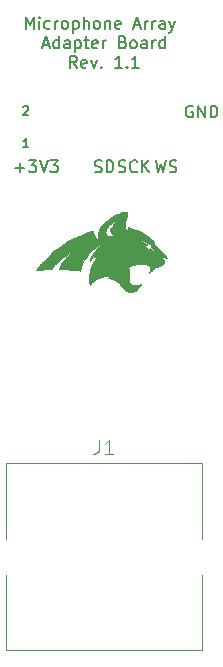
<source format=gto>
G04 #@! TF.GenerationSoftware,KiCad,Pcbnew,5.1.2*
G04 #@! TF.CreationDate,2019-05-01T14:56:28-06:00*
G04 #@! TF.ProjectId,microphone_array_adapter_board,6d696372-6f70-4686-9f6e-655f61727261,1*
G04 #@! TF.SameCoordinates,PX826a3b0PY7270e00*
G04 #@! TF.FileFunction,Legend,Top*
G04 #@! TF.FilePolarity,Positive*
%FSLAX46Y46*%
G04 Gerber Fmt 4.6, Leading zero omitted, Abs format (unit mm)*
G04 Created by KiCad (PCBNEW 5.1.2) date 2019-05-01 14:56:28*
%MOMM*%
%LPD*%
G04 APERTURE LIST*
%ADD10C,0.150000*%
%ADD11C,0.120000*%
%ADD12C,0.010000*%
G04 APERTURE END LIST*
D10*
X4738095Y41178572D02*
X5500000Y41178572D01*
X5119047Y40797620D02*
X5119047Y41559524D01*
X5880952Y41797620D02*
X6500000Y41797620D01*
X6166666Y41416667D01*
X6309523Y41416667D01*
X6404761Y41369048D01*
X6452380Y41321429D01*
X6500000Y41226191D01*
X6500000Y40988096D01*
X6452380Y40892858D01*
X6404761Y40845239D01*
X6309523Y40797620D01*
X6023809Y40797620D01*
X5928571Y40845239D01*
X5880952Y40892858D01*
X6785714Y41797620D02*
X7119047Y40797620D01*
X7452380Y41797620D01*
X7690476Y41797620D02*
X8309523Y41797620D01*
X7976190Y41416667D01*
X8119047Y41416667D01*
X8214285Y41369048D01*
X8261904Y41321429D01*
X8309523Y41226191D01*
X8309523Y40988096D01*
X8261904Y40892858D01*
X8214285Y40845239D01*
X8119047Y40797620D01*
X7833333Y40797620D01*
X7738095Y40845239D01*
X7690476Y40892858D01*
X5814285Y42910715D02*
X5385714Y42910715D01*
X5600000Y42910715D02*
X5600000Y43660715D01*
X5528571Y43553572D01*
X5457142Y43482143D01*
X5385714Y43446429D01*
X5385714Y46339286D02*
X5421428Y46375000D01*
X5492857Y46410715D01*
X5671428Y46410715D01*
X5742857Y46375000D01*
X5778571Y46339286D01*
X5814285Y46267858D01*
X5814285Y46196429D01*
X5778571Y46089286D01*
X5350000Y45660715D01*
X5814285Y45660715D01*
X5607142Y52947620D02*
X5607142Y53947620D01*
X5940476Y53233334D01*
X6273809Y53947620D01*
X6273809Y52947620D01*
X6750000Y52947620D02*
X6750000Y53614286D01*
X6750000Y53947620D02*
X6702380Y53900000D01*
X6750000Y53852381D01*
X6797619Y53900000D01*
X6750000Y53947620D01*
X6750000Y53852381D01*
X7654761Y52995239D02*
X7559523Y52947620D01*
X7369047Y52947620D01*
X7273809Y52995239D01*
X7226190Y53042858D01*
X7178571Y53138096D01*
X7178571Y53423810D01*
X7226190Y53519048D01*
X7273809Y53566667D01*
X7369047Y53614286D01*
X7559523Y53614286D01*
X7654761Y53566667D01*
X8083333Y52947620D02*
X8083333Y53614286D01*
X8083333Y53423810D02*
X8130952Y53519048D01*
X8178571Y53566667D01*
X8273809Y53614286D01*
X8369047Y53614286D01*
X8845238Y52947620D02*
X8750000Y52995239D01*
X8702380Y53042858D01*
X8654761Y53138096D01*
X8654761Y53423810D01*
X8702380Y53519048D01*
X8750000Y53566667D01*
X8845238Y53614286D01*
X8988095Y53614286D01*
X9083333Y53566667D01*
X9130952Y53519048D01*
X9178571Y53423810D01*
X9178571Y53138096D01*
X9130952Y53042858D01*
X9083333Y52995239D01*
X8988095Y52947620D01*
X8845238Y52947620D01*
X9607142Y53614286D02*
X9607142Y52614286D01*
X9607142Y53566667D02*
X9702380Y53614286D01*
X9892857Y53614286D01*
X9988095Y53566667D01*
X10035714Y53519048D01*
X10083333Y53423810D01*
X10083333Y53138096D01*
X10035714Y53042858D01*
X9988095Y52995239D01*
X9892857Y52947620D01*
X9702380Y52947620D01*
X9607142Y52995239D01*
X10511904Y52947620D02*
X10511904Y53947620D01*
X10940476Y52947620D02*
X10940476Y53471429D01*
X10892857Y53566667D01*
X10797619Y53614286D01*
X10654761Y53614286D01*
X10559523Y53566667D01*
X10511904Y53519048D01*
X11559523Y52947620D02*
X11464285Y52995239D01*
X11416666Y53042858D01*
X11369047Y53138096D01*
X11369047Y53423810D01*
X11416666Y53519048D01*
X11464285Y53566667D01*
X11559523Y53614286D01*
X11702380Y53614286D01*
X11797619Y53566667D01*
X11845238Y53519048D01*
X11892857Y53423810D01*
X11892857Y53138096D01*
X11845238Y53042858D01*
X11797619Y52995239D01*
X11702380Y52947620D01*
X11559523Y52947620D01*
X12321428Y53614286D02*
X12321428Y52947620D01*
X12321428Y53519048D02*
X12369047Y53566667D01*
X12464285Y53614286D01*
X12607142Y53614286D01*
X12702380Y53566667D01*
X12750000Y53471429D01*
X12750000Y52947620D01*
X13607142Y52995239D02*
X13511904Y52947620D01*
X13321428Y52947620D01*
X13226190Y52995239D01*
X13178571Y53090477D01*
X13178571Y53471429D01*
X13226190Y53566667D01*
X13321428Y53614286D01*
X13511904Y53614286D01*
X13607142Y53566667D01*
X13654761Y53471429D01*
X13654761Y53376191D01*
X13178571Y53280953D01*
X14797619Y53233334D02*
X15273809Y53233334D01*
X14702380Y52947620D02*
X15035714Y53947620D01*
X15369047Y52947620D01*
X15702380Y52947620D02*
X15702380Y53614286D01*
X15702380Y53423810D02*
X15750000Y53519048D01*
X15797619Y53566667D01*
X15892857Y53614286D01*
X15988095Y53614286D01*
X16321428Y52947620D02*
X16321428Y53614286D01*
X16321428Y53423810D02*
X16369047Y53519048D01*
X16416666Y53566667D01*
X16511904Y53614286D01*
X16607142Y53614286D01*
X17369047Y52947620D02*
X17369047Y53471429D01*
X17321428Y53566667D01*
X17226190Y53614286D01*
X17035714Y53614286D01*
X16940476Y53566667D01*
X17369047Y52995239D02*
X17273809Y52947620D01*
X17035714Y52947620D01*
X16940476Y52995239D01*
X16892857Y53090477D01*
X16892857Y53185715D01*
X16940476Y53280953D01*
X17035714Y53328572D01*
X17273809Y53328572D01*
X17369047Y53376191D01*
X17750000Y53614286D02*
X17988095Y52947620D01*
X18226190Y53614286D02*
X17988095Y52947620D01*
X17892857Y52709524D01*
X17845238Y52661905D01*
X17750000Y52614286D01*
X7083333Y51583334D02*
X7559523Y51583334D01*
X6988095Y51297620D02*
X7321428Y52297620D01*
X7654761Y51297620D01*
X8416666Y51297620D02*
X8416666Y52297620D01*
X8416666Y51345239D02*
X8321428Y51297620D01*
X8130952Y51297620D01*
X8035714Y51345239D01*
X7988095Y51392858D01*
X7940476Y51488096D01*
X7940476Y51773810D01*
X7988095Y51869048D01*
X8035714Y51916667D01*
X8130952Y51964286D01*
X8321428Y51964286D01*
X8416666Y51916667D01*
X9321428Y51297620D02*
X9321428Y51821429D01*
X9273809Y51916667D01*
X9178571Y51964286D01*
X8988095Y51964286D01*
X8892857Y51916667D01*
X9321428Y51345239D02*
X9226190Y51297620D01*
X8988095Y51297620D01*
X8892857Y51345239D01*
X8845238Y51440477D01*
X8845238Y51535715D01*
X8892857Y51630953D01*
X8988095Y51678572D01*
X9226190Y51678572D01*
X9321428Y51726191D01*
X9797619Y51964286D02*
X9797619Y50964286D01*
X9797619Y51916667D02*
X9892857Y51964286D01*
X10083333Y51964286D01*
X10178571Y51916667D01*
X10226190Y51869048D01*
X10273809Y51773810D01*
X10273809Y51488096D01*
X10226190Y51392858D01*
X10178571Y51345239D01*
X10083333Y51297620D01*
X9892857Y51297620D01*
X9797619Y51345239D01*
X10559523Y51964286D02*
X10940476Y51964286D01*
X10702380Y52297620D02*
X10702380Y51440477D01*
X10750000Y51345239D01*
X10845238Y51297620D01*
X10940476Y51297620D01*
X11654761Y51345239D02*
X11559523Y51297620D01*
X11369047Y51297620D01*
X11273809Y51345239D01*
X11226190Y51440477D01*
X11226190Y51821429D01*
X11273809Y51916667D01*
X11369047Y51964286D01*
X11559523Y51964286D01*
X11654761Y51916667D01*
X11702380Y51821429D01*
X11702380Y51726191D01*
X11226190Y51630953D01*
X12130952Y51297620D02*
X12130952Y51964286D01*
X12130952Y51773810D02*
X12178571Y51869048D01*
X12226190Y51916667D01*
X12321428Y51964286D01*
X12416666Y51964286D01*
X13845238Y51821429D02*
X13988095Y51773810D01*
X14035714Y51726191D01*
X14083333Y51630953D01*
X14083333Y51488096D01*
X14035714Y51392858D01*
X13988095Y51345239D01*
X13892857Y51297620D01*
X13511904Y51297620D01*
X13511904Y52297620D01*
X13845238Y52297620D01*
X13940476Y52250000D01*
X13988095Y52202381D01*
X14035714Y52107143D01*
X14035714Y52011905D01*
X13988095Y51916667D01*
X13940476Y51869048D01*
X13845238Y51821429D01*
X13511904Y51821429D01*
X14654761Y51297620D02*
X14559523Y51345239D01*
X14511904Y51392858D01*
X14464285Y51488096D01*
X14464285Y51773810D01*
X14511904Y51869048D01*
X14559523Y51916667D01*
X14654761Y51964286D01*
X14797619Y51964286D01*
X14892857Y51916667D01*
X14940476Y51869048D01*
X14988095Y51773810D01*
X14988095Y51488096D01*
X14940476Y51392858D01*
X14892857Y51345239D01*
X14797619Y51297620D01*
X14654761Y51297620D01*
X15845238Y51297620D02*
X15845238Y51821429D01*
X15797619Y51916667D01*
X15702380Y51964286D01*
X15511904Y51964286D01*
X15416666Y51916667D01*
X15845238Y51345239D02*
X15750000Y51297620D01*
X15511904Y51297620D01*
X15416666Y51345239D01*
X15369047Y51440477D01*
X15369047Y51535715D01*
X15416666Y51630953D01*
X15511904Y51678572D01*
X15750000Y51678572D01*
X15845238Y51726191D01*
X16321428Y51297620D02*
X16321428Y51964286D01*
X16321428Y51773810D02*
X16369047Y51869048D01*
X16416666Y51916667D01*
X16511904Y51964286D01*
X16607142Y51964286D01*
X17369047Y51297620D02*
X17369047Y52297620D01*
X17369047Y51345239D02*
X17273809Y51297620D01*
X17083333Y51297620D01*
X16988095Y51345239D01*
X16940476Y51392858D01*
X16892857Y51488096D01*
X16892857Y51773810D01*
X16940476Y51869048D01*
X16988095Y51916667D01*
X17083333Y51964286D01*
X17273809Y51964286D01*
X17369047Y51916667D01*
X9940476Y49647620D02*
X9607142Y50123810D01*
X9369047Y49647620D02*
X9369047Y50647620D01*
X9750000Y50647620D01*
X9845238Y50600000D01*
X9892857Y50552381D01*
X9940476Y50457143D01*
X9940476Y50314286D01*
X9892857Y50219048D01*
X9845238Y50171429D01*
X9750000Y50123810D01*
X9369047Y50123810D01*
X10750000Y49695239D02*
X10654761Y49647620D01*
X10464285Y49647620D01*
X10369047Y49695239D01*
X10321428Y49790477D01*
X10321428Y50171429D01*
X10369047Y50266667D01*
X10464285Y50314286D01*
X10654761Y50314286D01*
X10750000Y50266667D01*
X10797619Y50171429D01*
X10797619Y50076191D01*
X10321428Y49980953D01*
X11130952Y50314286D02*
X11369047Y49647620D01*
X11607142Y50314286D01*
X11988095Y49742858D02*
X12035714Y49695239D01*
X11988095Y49647620D01*
X11940476Y49695239D01*
X11988095Y49742858D01*
X11988095Y49647620D01*
X13750000Y49647620D02*
X13178571Y49647620D01*
X13464285Y49647620D02*
X13464285Y50647620D01*
X13369047Y50504762D01*
X13273809Y50409524D01*
X13178571Y50361905D01*
X14178571Y49742858D02*
X14226190Y49695239D01*
X14178571Y49647620D01*
X14130952Y49695239D01*
X14178571Y49742858D01*
X14178571Y49647620D01*
X15178571Y49647620D02*
X14607142Y49647620D01*
X14892857Y49647620D02*
X14892857Y50647620D01*
X14797619Y50504762D01*
X14702380Y50409524D01*
X14607142Y50361905D01*
X11464285Y40845239D02*
X11607142Y40797620D01*
X11845238Y40797620D01*
X11940476Y40845239D01*
X11988095Y40892858D01*
X12035714Y40988096D01*
X12035714Y41083334D01*
X11988095Y41178572D01*
X11940476Y41226191D01*
X11845238Y41273810D01*
X11654761Y41321429D01*
X11559523Y41369048D01*
X11511904Y41416667D01*
X11464285Y41511905D01*
X11464285Y41607143D01*
X11511904Y41702381D01*
X11559523Y41750000D01*
X11654761Y41797620D01*
X11892857Y41797620D01*
X12035714Y41750000D01*
X12464285Y40797620D02*
X12464285Y41797620D01*
X12702380Y41797620D01*
X12845238Y41750000D01*
X12940476Y41654762D01*
X12988095Y41559524D01*
X13035714Y41369048D01*
X13035714Y41226191D01*
X12988095Y41035715D01*
X12940476Y40940477D01*
X12845238Y40845239D01*
X12702380Y40797620D01*
X12464285Y40797620D01*
X19738095Y46400000D02*
X19642857Y46447620D01*
X19500000Y46447620D01*
X19357142Y46400000D01*
X19261904Y46304762D01*
X19214285Y46209524D01*
X19166666Y46019048D01*
X19166666Y45876191D01*
X19214285Y45685715D01*
X19261904Y45590477D01*
X19357142Y45495239D01*
X19500000Y45447620D01*
X19595238Y45447620D01*
X19738095Y45495239D01*
X19785714Y45542858D01*
X19785714Y45876191D01*
X19595238Y45876191D01*
X20214285Y45447620D02*
X20214285Y46447620D01*
X20785714Y45447620D01*
X20785714Y46447620D01*
X21261904Y45447620D02*
X21261904Y46447620D01*
X21500000Y46447620D01*
X21642857Y46400000D01*
X21738095Y46304762D01*
X21785714Y46209524D01*
X21833333Y46019048D01*
X21833333Y45876191D01*
X21785714Y45685715D01*
X21738095Y45590477D01*
X21642857Y45495239D01*
X21500000Y45447620D01*
X21261904Y45447620D01*
X16595238Y41797620D02*
X16833333Y40797620D01*
X17023809Y41511905D01*
X17214285Y40797620D01*
X17452380Y41797620D01*
X17785714Y40845239D02*
X17928571Y40797620D01*
X18166666Y40797620D01*
X18261904Y40845239D01*
X18309523Y40892858D01*
X18357142Y40988096D01*
X18357142Y41083334D01*
X18309523Y41178572D01*
X18261904Y41226191D01*
X18166666Y41273810D01*
X17976190Y41321429D01*
X17880952Y41369048D01*
X17833333Y41416667D01*
X17785714Y41511905D01*
X17785714Y41607143D01*
X17833333Y41702381D01*
X17880952Y41750000D01*
X17976190Y41797620D01*
X18214285Y41797620D01*
X18357142Y41750000D01*
X13464285Y40845239D02*
X13607142Y40797620D01*
X13845238Y40797620D01*
X13940476Y40845239D01*
X13988095Y40892858D01*
X14035714Y40988096D01*
X14035714Y41083334D01*
X13988095Y41178572D01*
X13940476Y41226191D01*
X13845238Y41273810D01*
X13654761Y41321429D01*
X13559523Y41369048D01*
X13511904Y41416667D01*
X13464285Y41511905D01*
X13464285Y41607143D01*
X13511904Y41702381D01*
X13559523Y41750000D01*
X13654761Y41797620D01*
X13892857Y41797620D01*
X14035714Y41750000D01*
X15035714Y40892858D02*
X14988095Y40845239D01*
X14845238Y40797620D01*
X14750000Y40797620D01*
X14607142Y40845239D01*
X14511904Y40940477D01*
X14464285Y41035715D01*
X14416666Y41226191D01*
X14416666Y41369048D01*
X14464285Y41559524D01*
X14511904Y41654762D01*
X14607142Y41750000D01*
X14750000Y41797620D01*
X14845238Y41797620D01*
X14988095Y41750000D01*
X15035714Y41702381D01*
X15464285Y40797620D02*
X15464285Y41797620D01*
X16035714Y40797620D02*
X15607142Y41369048D01*
X16035714Y41797620D02*
X15464285Y41226191D01*
D11*
X3940000Y16185000D02*
X20560000Y16185000D01*
X20560000Y16185000D02*
X20560000Y9785000D01*
X20560000Y6715000D02*
X20560000Y315000D01*
X20560000Y315000D02*
X3940000Y315000D01*
X3940000Y16185000D02*
X3940000Y9785000D01*
X3940000Y6715000D02*
X3940000Y315000D01*
D12*
G36*
X14116977Y37435328D02*
G01*
X14159139Y37419328D01*
X14187739Y37393240D01*
X14204585Y37356118D01*
X14210401Y37322552D01*
X14211785Y37290458D01*
X14209513Y37255081D01*
X14202985Y37213752D01*
X14191602Y37163804D01*
X14174765Y37102565D01*
X14151872Y37027369D01*
X14125873Y36946400D01*
X14090771Y36836584D01*
X14062449Y36742570D01*
X14040141Y36661297D01*
X14023079Y36589701D01*
X14010495Y36524720D01*
X14001620Y36463290D01*
X13999102Y36440640D01*
X13994192Y36314297D01*
X14006655Y36197960D01*
X14036753Y36090678D01*
X14084744Y35991504D01*
X14145404Y35906028D01*
X14170600Y35878302D01*
X14201241Y35848400D01*
X14233182Y35819903D01*
X14262281Y35796392D01*
X14284394Y35781447D01*
X14293547Y35778000D01*
X14294856Y35786684D01*
X14290273Y35809236D01*
X14282667Y35834876D01*
X14270687Y35878163D01*
X14260537Y35927980D01*
X14252531Y35980574D01*
X14246982Y36032194D01*
X14244201Y36079088D01*
X14244503Y36117504D01*
X14248199Y36143691D01*
X14255603Y36153897D01*
X14256064Y36153920D01*
X14270113Y36151541D01*
X14299942Y36145004D01*
X14341653Y36135210D01*
X14391345Y36123058D01*
X14410917Y36118159D01*
X14701096Y36034678D01*
X14983737Y35932393D01*
X15258296Y35811579D01*
X15524230Y35672512D01*
X15780994Y35515464D01*
X16028045Y35340712D01*
X16167751Y35230465D01*
X16250952Y35159172D01*
X16318770Y35093497D01*
X16373878Y35029731D01*
X16418945Y34964166D01*
X16456643Y34893095D01*
X16489644Y34812808D01*
X16508870Y34756920D01*
X16537244Y34676320D01*
X16566578Y34609915D01*
X16600055Y34553340D01*
X16640859Y34502234D01*
X16692173Y34452232D01*
X16757180Y34398972D01*
X16785997Y34377075D01*
X16890277Y34293675D01*
X17000244Y34195968D01*
X17112172Y34087656D01*
X17222335Y33972441D01*
X17327006Y33854024D01*
X17391798Y33775251D01*
X17417001Y33742234D01*
X17445483Y33702714D01*
X17475046Y33660030D01*
X17503493Y33617517D01*
X17528626Y33578512D01*
X17548249Y33546351D01*
X17560163Y33524372D01*
X17562497Y33516072D01*
X17552285Y33518043D01*
X17527830Y33526026D01*
X17493749Y33538475D01*
X17481050Y33543349D01*
X17434000Y33560538D01*
X17384487Y33576926D01*
X17342862Y33589094D01*
X17341173Y33589530D01*
X17304395Y33596931D01*
X17261910Y33602460D01*
X17219072Y33605811D01*
X17181232Y33606676D01*
X17153743Y33604748D01*
X17142736Y33600924D01*
X17145707Y33590758D01*
X17159539Y33570069D01*
X17181283Y33543238D01*
X17182443Y33541908D01*
X17242808Y33460961D01*
X17284077Y33378416D01*
X17305961Y33295283D01*
X17308172Y33212572D01*
X17295376Y33146689D01*
X17268405Y33089544D01*
X17222960Y33034071D01*
X17160874Y32981237D01*
X17083982Y32932008D01*
X16994117Y32887349D01*
X16893112Y32848226D01*
X16782801Y32815606D01*
X16665018Y32790455D01*
X16600336Y32780503D01*
X16561339Y32775126D01*
X16531313Y32770655D01*
X16514920Y32767800D01*
X16513226Y32767271D01*
X16507753Y32758588D01*
X16493753Y32736788D01*
X16473753Y32705805D01*
X16463112Y32689360D01*
X16429187Y32642931D01*
X16383344Y32588543D01*
X16329783Y32530472D01*
X16272704Y32472994D01*
X16216307Y32420385D01*
X16164792Y32376921D01*
X16134057Y32354343D01*
X16069115Y32310725D01*
X16076585Y32340023D01*
X16091852Y32404350D01*
X16102957Y32463349D01*
X16110719Y32523394D01*
X16115958Y32590854D01*
X16119493Y32672102D01*
X16119559Y32674120D01*
X16125150Y32846840D01*
X16070635Y32879448D01*
X15934594Y32949412D01*
X15786129Y33004308D01*
X15627154Y33043463D01*
X15579983Y33051679D01*
X15506238Y33059859D01*
X15418429Y33063951D01*
X15322364Y33064119D01*
X15223847Y33060528D01*
X15128686Y33053341D01*
X15042687Y33042724D01*
X15000429Y33035287D01*
X14815750Y32988172D01*
X14639352Y32922620D01*
X14470522Y32838320D01*
X14308544Y32734961D01*
X14306419Y32733446D01*
X14242480Y32687820D01*
X14275860Y32665716D01*
X14299865Y32643525D01*
X14323917Y32611554D01*
X14334640Y32592826D01*
X14345819Y32568552D01*
X14353080Y32545778D01*
X14357182Y32519240D01*
X14358887Y32483677D01*
X14358956Y32433825D01*
X14358877Y32425200D01*
X14357007Y32372088D01*
X14352665Y32306105D01*
X14346435Y32234473D01*
X14338895Y32164411D01*
X14336017Y32141303D01*
X14322738Y32018569D01*
X14315574Y31903703D01*
X14314534Y31799418D01*
X14319626Y31708432D01*
X14330858Y31633458D01*
X14334390Y31618456D01*
X14369866Y31514937D01*
X14419331Y31426045D01*
X14482286Y31352164D01*
X14558228Y31293677D01*
X14646656Y31250968D01*
X14747070Y31224419D01*
X14858967Y31214414D01*
X14862960Y31214369D01*
X14953730Y31218266D01*
X15045616Y31232178D01*
X15142502Y31257032D01*
X15248268Y31293754D01*
X15323350Y31324313D01*
X15361657Y31340438D01*
X15384658Y31348987D01*
X15395688Y31350475D01*
X15398081Y31345415D01*
X15395526Y31335434D01*
X15373089Y31287294D01*
X15335763Y31233048D01*
X15286677Y31175983D01*
X15228962Y31119386D01*
X15165746Y31066545D01*
X15100159Y31020747D01*
X15090003Y31014503D01*
X15057858Y30994650D01*
X15040320Y30981331D01*
X15034474Y30970783D01*
X15037408Y30959244D01*
X15041383Y30951702D01*
X15055175Y30909640D01*
X15050058Y30870160D01*
X15028060Y30838135D01*
X14984204Y30805676D01*
X14923231Y30773393D01*
X14848315Y30742512D01*
X14762630Y30714258D01*
X14669353Y30689856D01*
X14613099Y30677965D01*
X14514792Y30662995D01*
X14429412Y30659047D01*
X14352825Y30666108D01*
X14304160Y30677051D01*
X14246493Y30694672D01*
X14197778Y30713703D01*
X14150717Y30737571D01*
X14098012Y30769703D01*
X14075560Y30784412D01*
X13998079Y30841125D01*
X13925778Y30905805D01*
X13855047Y30982060D01*
X13782275Y31073500D01*
X13770657Y31089160D01*
X13681891Y31204304D01*
X13595782Y31303851D01*
X13508545Y31391474D01*
X13416396Y31470850D01*
X13315550Y31545651D01*
X13266360Y31578775D01*
X13141406Y31652697D01*
X13004023Y31719855D01*
X12860924Y31777423D01*
X12718819Y31822575D01*
X12643000Y31841206D01*
X12612520Y31847828D01*
X12643000Y31864224D01*
X12664487Y31874825D01*
X12699549Y31891088D01*
X12743081Y31910678D01*
X12783834Y31928598D01*
X12894188Y31976575D01*
X12844794Y31984988D01*
X12806742Y31989161D01*
X12752420Y31991987D01*
X12685829Y31993532D01*
X12610968Y31993860D01*
X12531839Y31993038D01*
X12452442Y31991131D01*
X12376777Y31988204D01*
X12308845Y31984322D01*
X12252647Y31979552D01*
X12216342Y31974716D01*
X12160045Y31964169D01*
X12102817Y31952185D01*
X12048646Y31939737D01*
X12001522Y31927796D01*
X11965433Y31917335D01*
X11944368Y31909326D01*
X11941960Y31907853D01*
X11928157Y31901170D01*
X11900313Y31890051D01*
X11863644Y31876546D01*
X11850732Y31871997D01*
X11689908Y31806088D01*
X11535489Y31723276D01*
X11390252Y31625501D01*
X11256973Y31514703D01*
X11138429Y31392821D01*
X11101512Y31348625D01*
X11074438Y31315454D01*
X11051834Y31288883D01*
X11036836Y31272538D01*
X11032844Y31269168D01*
X11027922Y31277187D01*
X11021454Y31302322D01*
X11013927Y31341471D01*
X11005829Y31391532D01*
X10997645Y31449404D01*
X10989865Y31511983D01*
X10982975Y31576169D01*
X10980519Y31602240D01*
X10973461Y31752902D01*
X10977772Y31915599D01*
X10993038Y32085813D01*
X11018845Y32259027D01*
X11054777Y32430721D01*
X11057533Y32442046D01*
X11127121Y32685217D01*
X11214320Y32919181D01*
X11319485Y33144606D01*
X11442977Y33362164D01*
X11585154Y33572526D01*
X11746373Y33776363D01*
X11808210Y33847234D01*
X11838395Y33881576D01*
X11862397Y33910019D01*
X11877640Y33929434D01*
X11881725Y33936622D01*
X11871444Y33933630D01*
X11847037Y33921335D01*
X11811431Y33901482D01*
X11767552Y33875818D01*
X11718328Y33846087D01*
X11666686Y33814037D01*
X11615552Y33781412D01*
X11567854Y33749959D01*
X11560960Y33745303D01*
X11358856Y33596735D01*
X11163667Y33429830D01*
X11114745Y33384065D01*
X11070017Y33341815D01*
X11037622Y33312895D01*
X11016978Y33298062D01*
X11007508Y33298075D01*
X11008631Y33313693D01*
X11019768Y33345673D01*
X11040338Y33394776D01*
X11064491Y33449823D01*
X11168442Y33662189D01*
X11287861Y33862936D01*
X11423854Y34053665D01*
X11577524Y34235980D01*
X11682473Y34345803D01*
X11833521Y34487942D01*
X11988533Y34615536D01*
X12151842Y34731729D01*
X12327783Y34839667D01*
X12466525Y34914974D01*
X12527874Y34946975D01*
X12571697Y34970701D01*
X12597765Y34986366D01*
X12605849Y34994188D01*
X12595722Y34994382D01*
X12567155Y34987165D01*
X12519920Y34972752D01*
X12453790Y34951360D01*
X12434720Y34945092D01*
X12272524Y34886477D01*
X12114791Y34818479D01*
X11957499Y34739092D01*
X11796625Y34646308D01*
X11655493Y34556358D01*
X11539500Y34477241D01*
X11436533Y34401669D01*
X11340965Y34325125D01*
X11247166Y34243096D01*
X11149511Y34151067D01*
X11145742Y34147403D01*
X11005394Y34004579D01*
X10881107Y33864044D01*
X10769731Y33721474D01*
X10668112Y33572548D01*
X10573098Y33412943D01*
X10481536Y33238335D01*
X10478859Y33232920D01*
X10411528Y33089996D01*
X10355513Y32955994D01*
X10308506Y32824762D01*
X10268195Y32690149D01*
X10252166Y32628978D01*
X10239085Y32577217D01*
X10227817Y32532946D01*
X10219258Y32499666D01*
X10214306Y32480876D01*
X10213468Y32478019D01*
X10203422Y32478224D01*
X10176062Y32480485D01*
X10134261Y32484517D01*
X10080890Y32490039D01*
X10018822Y32496766D01*
X9984792Y32500564D01*
X9760707Y32525086D01*
X9553183Y32546215D01*
X9358795Y32564238D01*
X9174118Y32579441D01*
X8995728Y32592110D01*
X8820200Y32602531D01*
X8685680Y32609167D01*
X8613932Y32612490D01*
X8549149Y32615652D01*
X8494011Y32618508D01*
X8451197Y32620916D01*
X8423387Y32622730D01*
X8413277Y32623790D01*
X8415773Y32633899D01*
X8426726Y32658764D01*
X8444596Y32695449D01*
X8467845Y32741018D01*
X8494935Y32792535D01*
X8524328Y32847065D01*
X8554486Y32901671D01*
X8583869Y32953417D01*
X8604051Y32987876D01*
X8714991Y33162161D01*
X8840252Y33337205D01*
X8937166Y33460580D01*
X8984519Y33516169D01*
X9043279Y33581447D01*
X9109707Y33652557D01*
X9180061Y33725642D01*
X9250602Y33796845D01*
X9317591Y33862310D01*
X9377286Y33918180D01*
X9404001Y33941984D01*
X9437351Y33971585D01*
X9463679Y33996029D01*
X9480010Y34012478D01*
X9483834Y34018033D01*
X9474243Y34014565D01*
X9450028Y34002723D01*
X9414271Y33984098D01*
X9370055Y33960283D01*
X9340534Y33944046D01*
X9066344Y33780910D01*
X8801552Y33600864D01*
X8548360Y33405543D01*
X8308970Y33196579D01*
X8224742Y33116527D01*
X8166491Y33058400D01*
X8101935Y32991494D01*
X8034727Y32919797D01*
X7968522Y32847298D01*
X7906974Y32777983D01*
X7853737Y32715840D01*
X7822080Y32677117D01*
X7807692Y32658746D01*
X7795420Y32644249D01*
X7782747Y32633038D01*
X7767152Y32624530D01*
X7746115Y32618138D01*
X7717118Y32613277D01*
X7677641Y32609360D01*
X7625164Y32605803D01*
X7557168Y32602019D01*
X7481720Y32597995D01*
X7387469Y32592222D01*
X7277958Y32584351D01*
X7158087Y32574812D01*
X7032758Y32564032D01*
X6906871Y32552443D01*
X6785329Y32540474D01*
X6673031Y32528554D01*
X6617932Y32522286D01*
X6568913Y32516788D01*
X6527807Y32512631D01*
X6498475Y32510170D01*
X6484783Y32509764D01*
X6484285Y32509928D01*
X6487844Y32520090D01*
X6502743Y32544065D01*
X6527494Y32579909D01*
X6560607Y32625674D01*
X6600594Y32679417D01*
X6645966Y32739192D01*
X6695234Y32803054D01*
X6746911Y32869057D01*
X6799506Y32935256D01*
X6851532Y32999706D01*
X6901500Y33060462D01*
X6946491Y33113904D01*
X6997176Y33171399D01*
X7060337Y33240072D01*
X7133449Y33317394D01*
X7213986Y33400837D01*
X7299423Y33487872D01*
X7387236Y33575970D01*
X7474899Y33662602D01*
X7559888Y33745239D01*
X7639676Y33821354D01*
X7711740Y33888416D01*
X7773553Y33943897D01*
X7786520Y33955154D01*
X8123030Y34232038D01*
X8469701Y34491950D01*
X8825950Y34734573D01*
X9191194Y34959592D01*
X9564852Y35166691D01*
X9946339Y35355553D01*
X10335075Y35525862D01*
X10730475Y35677302D01*
X11131958Y35809558D01*
X11289180Y35855620D01*
X11298314Y35856063D01*
X11303671Y35848405D01*
X11306225Y35828800D01*
X11306948Y35793400D01*
X11306960Y35785390D01*
X11316953Y35675076D01*
X11346490Y35564086D01*
X11394909Y35453887D01*
X11461548Y35345945D01*
X11545744Y35241725D01*
X11559309Y35227074D01*
X11587695Y35198398D01*
X11622344Y35165605D01*
X11660201Y35131316D01*
X11698210Y35098151D01*
X11733318Y35068732D01*
X11762468Y35045678D01*
X11782607Y35031610D01*
X11790476Y35028770D01*
X11788875Y35039155D01*
X11781631Y35063430D01*
X11770280Y35096476D01*
X11769498Y35098637D01*
X11747747Y35175894D01*
X14684186Y35175894D01*
X14691480Y35171561D01*
X14714848Y35163215D01*
X14750721Y35152027D01*
X14795526Y35139170D01*
X14798982Y35138217D01*
X14967007Y35088622D01*
X15133080Y35033149D01*
X15292444Y34973562D01*
X15440339Y34911627D01*
X15554226Y34858081D01*
X15598848Y34834692D01*
X15647061Y34807567D01*
X15695873Y34778616D01*
X15742296Y34749751D01*
X15783339Y34722885D01*
X15816012Y34699929D01*
X15837326Y34682795D01*
X15844290Y34673394D01*
X15843967Y34672821D01*
X15832085Y34670729D01*
X15804210Y34669425D01*
X15764658Y34669026D01*
X15723297Y34669525D01*
X15659078Y34669873D01*
X15600436Y34668254D01*
X15550448Y34664935D01*
X15512192Y34660177D01*
X15488746Y34654245D01*
X15482720Y34648928D01*
X15491124Y34641373D01*
X15500500Y34639981D01*
X15536242Y34632779D01*
X15579798Y34611114D01*
X15632067Y34574363D01*
X15693950Y34521902D01*
X15757237Y34462086D01*
X15818612Y34403614D01*
X15870169Y34358930D01*
X15914917Y34326064D01*
X15955867Y34303045D01*
X15996030Y34287905D01*
X16037234Y34278858D01*
X16075605Y34278983D01*
X16100482Y34292645D01*
X16110265Y34318541D01*
X16108751Y34336944D01*
X16107282Y34357366D01*
X16111819Y34365760D01*
X16127013Y34357811D01*
X16151286Y34335647D01*
X16182201Y34301796D01*
X16217321Y34258785D01*
X16226656Y34246657D01*
X16267728Y34199756D01*
X16311392Y34166431D01*
X16363391Y34143331D01*
X16429463Y34127106D01*
X16432371Y34126573D01*
X16477207Y34118610D01*
X16505700Y34114213D01*
X16521452Y34113068D01*
X16528066Y34114862D01*
X16529200Y34118145D01*
X16522668Y34127840D01*
X16505135Y34148589D01*
X16479696Y34176812D01*
X16463672Y34193993D01*
X16371676Y34303060D01*
X16292442Y34420690D01*
X16228792Y34542387D01*
X16199593Y34614554D01*
X16188547Y34643057D01*
X16176855Y34664404D01*
X16160544Y34682989D01*
X16135646Y34703204D01*
X16098188Y34729443D01*
X16091854Y34733753D01*
X15936785Y34828631D01*
X15765462Y34914048D01*
X15579962Y34989304D01*
X15382364Y35053700D01*
X15174748Y35106539D01*
X14959191Y35147120D01*
X14798821Y35168514D01*
X14753862Y35173030D01*
X14716877Y35175881D01*
X14692196Y35176788D01*
X14684186Y35175894D01*
X11747747Y35175894D01*
X11732813Y35228937D01*
X11715877Y35362615D01*
X11718482Y35499204D01*
X11740424Y35638238D01*
X11766459Y35727624D01*
X12355394Y35727624D01*
X12364930Y35658934D01*
X12384074Y35601462D01*
X12429971Y35527868D01*
X12490719Y35465648D01*
X12562970Y35417453D01*
X12643380Y35385933D01*
X12661733Y35381521D01*
X12696834Y35377284D01*
X12746501Y35375535D01*
X12805155Y35376088D01*
X12867217Y35378758D01*
X12927110Y35383363D01*
X12979254Y35389715D01*
X12996060Y35392584D01*
X13030199Y35399879D01*
X13054762Y35406689D01*
X13064623Y35411584D01*
X13064640Y35411721D01*
X13057069Y35420205D01*
X13036913Y35437439D01*
X13008008Y35460201D01*
X12997191Y35468385D01*
X12910788Y35544137D01*
X12841313Y35628540D01*
X12789403Y35720074D01*
X12755692Y35817222D01*
X12740818Y35918465D01*
X12745415Y36022285D01*
X12751152Y36056054D01*
X12762784Y36113976D01*
X12780174Y36075135D01*
X12798087Y36046474D01*
X12825743Y36014203D01*
X12857773Y35983497D01*
X12888808Y35959529D01*
X12912359Y35947745D01*
X12922047Y35946535D01*
X12928016Y35951559D01*
X12931161Y35966506D01*
X12932376Y35995065D01*
X12932560Y36031099D01*
X12942076Y36137500D01*
X12970300Y36249459D01*
X13016742Y36365869D01*
X13080913Y36485626D01*
X13162323Y36607623D01*
X13221954Y36684780D01*
X13243778Y36712686D01*
X13258250Y36733338D01*
X13262749Y36742939D01*
X13262279Y36743200D01*
X13247137Y36737696D01*
X13217950Y36722256D01*
X13177395Y36698490D01*
X13128151Y36668009D01*
X13072893Y36632422D01*
X13024000Y36599903D01*
X12893885Y36506375D01*
X12774580Y36409074D01*
X12667399Y36309470D01*
X12573653Y36209033D01*
X12494655Y36109234D01*
X12431718Y36011544D01*
X12386154Y35917434D01*
X12368249Y35865224D01*
X12356346Y35798957D01*
X12355394Y35727624D01*
X11766459Y35727624D01*
X11781497Y35779249D01*
X11841496Y35921770D01*
X11920216Y36065333D01*
X12017452Y36209471D01*
X12132997Y36353717D01*
X12266647Y36497604D01*
X12418197Y36640664D01*
X12465094Y36681612D01*
X12596278Y36788558D01*
X12734906Y36891036D01*
X12878890Y36988001D01*
X13026140Y37078411D01*
X13174567Y37161221D01*
X13322083Y37235387D01*
X13466599Y37299867D01*
X13606026Y37353616D01*
X13738274Y37395591D01*
X13861256Y37424748D01*
X13972881Y37440043D01*
X13984738Y37440857D01*
X14059446Y37442188D01*
X14116977Y37435328D01*
X14116977Y37435328D01*
G37*
X14116977Y37435328D02*
X14159139Y37419328D01*
X14187739Y37393240D01*
X14204585Y37356118D01*
X14210401Y37322552D01*
X14211785Y37290458D01*
X14209513Y37255081D01*
X14202985Y37213752D01*
X14191602Y37163804D01*
X14174765Y37102565D01*
X14151872Y37027369D01*
X14125873Y36946400D01*
X14090771Y36836584D01*
X14062449Y36742570D01*
X14040141Y36661297D01*
X14023079Y36589701D01*
X14010495Y36524720D01*
X14001620Y36463290D01*
X13999102Y36440640D01*
X13994192Y36314297D01*
X14006655Y36197960D01*
X14036753Y36090678D01*
X14084744Y35991504D01*
X14145404Y35906028D01*
X14170600Y35878302D01*
X14201241Y35848400D01*
X14233182Y35819903D01*
X14262281Y35796392D01*
X14284394Y35781447D01*
X14293547Y35778000D01*
X14294856Y35786684D01*
X14290273Y35809236D01*
X14282667Y35834876D01*
X14270687Y35878163D01*
X14260537Y35927980D01*
X14252531Y35980574D01*
X14246982Y36032194D01*
X14244201Y36079088D01*
X14244503Y36117504D01*
X14248199Y36143691D01*
X14255603Y36153897D01*
X14256064Y36153920D01*
X14270113Y36151541D01*
X14299942Y36145004D01*
X14341653Y36135210D01*
X14391345Y36123058D01*
X14410917Y36118159D01*
X14701096Y36034678D01*
X14983737Y35932393D01*
X15258296Y35811579D01*
X15524230Y35672512D01*
X15780994Y35515464D01*
X16028045Y35340712D01*
X16167751Y35230465D01*
X16250952Y35159172D01*
X16318770Y35093497D01*
X16373878Y35029731D01*
X16418945Y34964166D01*
X16456643Y34893095D01*
X16489644Y34812808D01*
X16508870Y34756920D01*
X16537244Y34676320D01*
X16566578Y34609915D01*
X16600055Y34553340D01*
X16640859Y34502234D01*
X16692173Y34452232D01*
X16757180Y34398972D01*
X16785997Y34377075D01*
X16890277Y34293675D01*
X17000244Y34195968D01*
X17112172Y34087656D01*
X17222335Y33972441D01*
X17327006Y33854024D01*
X17391798Y33775251D01*
X17417001Y33742234D01*
X17445483Y33702714D01*
X17475046Y33660030D01*
X17503493Y33617517D01*
X17528626Y33578512D01*
X17548249Y33546351D01*
X17560163Y33524372D01*
X17562497Y33516072D01*
X17552285Y33518043D01*
X17527830Y33526026D01*
X17493749Y33538475D01*
X17481050Y33543349D01*
X17434000Y33560538D01*
X17384487Y33576926D01*
X17342862Y33589094D01*
X17341173Y33589530D01*
X17304395Y33596931D01*
X17261910Y33602460D01*
X17219072Y33605811D01*
X17181232Y33606676D01*
X17153743Y33604748D01*
X17142736Y33600924D01*
X17145707Y33590758D01*
X17159539Y33570069D01*
X17181283Y33543238D01*
X17182443Y33541908D01*
X17242808Y33460961D01*
X17284077Y33378416D01*
X17305961Y33295283D01*
X17308172Y33212572D01*
X17295376Y33146689D01*
X17268405Y33089544D01*
X17222960Y33034071D01*
X17160874Y32981237D01*
X17083982Y32932008D01*
X16994117Y32887349D01*
X16893112Y32848226D01*
X16782801Y32815606D01*
X16665018Y32790455D01*
X16600336Y32780503D01*
X16561339Y32775126D01*
X16531313Y32770655D01*
X16514920Y32767800D01*
X16513226Y32767271D01*
X16507753Y32758588D01*
X16493753Y32736788D01*
X16473753Y32705805D01*
X16463112Y32689360D01*
X16429187Y32642931D01*
X16383344Y32588543D01*
X16329783Y32530472D01*
X16272704Y32472994D01*
X16216307Y32420385D01*
X16164792Y32376921D01*
X16134057Y32354343D01*
X16069115Y32310725D01*
X16076585Y32340023D01*
X16091852Y32404350D01*
X16102957Y32463349D01*
X16110719Y32523394D01*
X16115958Y32590854D01*
X16119493Y32672102D01*
X16119559Y32674120D01*
X16125150Y32846840D01*
X16070635Y32879448D01*
X15934594Y32949412D01*
X15786129Y33004308D01*
X15627154Y33043463D01*
X15579983Y33051679D01*
X15506238Y33059859D01*
X15418429Y33063951D01*
X15322364Y33064119D01*
X15223847Y33060528D01*
X15128686Y33053341D01*
X15042687Y33042724D01*
X15000429Y33035287D01*
X14815750Y32988172D01*
X14639352Y32922620D01*
X14470522Y32838320D01*
X14308544Y32734961D01*
X14306419Y32733446D01*
X14242480Y32687820D01*
X14275860Y32665716D01*
X14299865Y32643525D01*
X14323917Y32611554D01*
X14334640Y32592826D01*
X14345819Y32568552D01*
X14353080Y32545778D01*
X14357182Y32519240D01*
X14358887Y32483677D01*
X14358956Y32433825D01*
X14358877Y32425200D01*
X14357007Y32372088D01*
X14352665Y32306105D01*
X14346435Y32234473D01*
X14338895Y32164411D01*
X14336017Y32141303D01*
X14322738Y32018569D01*
X14315574Y31903703D01*
X14314534Y31799418D01*
X14319626Y31708432D01*
X14330858Y31633458D01*
X14334390Y31618456D01*
X14369866Y31514937D01*
X14419331Y31426045D01*
X14482286Y31352164D01*
X14558228Y31293677D01*
X14646656Y31250968D01*
X14747070Y31224419D01*
X14858967Y31214414D01*
X14862960Y31214369D01*
X14953730Y31218266D01*
X15045616Y31232178D01*
X15142502Y31257032D01*
X15248268Y31293754D01*
X15323350Y31324313D01*
X15361657Y31340438D01*
X15384658Y31348987D01*
X15395688Y31350475D01*
X15398081Y31345415D01*
X15395526Y31335434D01*
X15373089Y31287294D01*
X15335763Y31233048D01*
X15286677Y31175983D01*
X15228962Y31119386D01*
X15165746Y31066545D01*
X15100159Y31020747D01*
X15090003Y31014503D01*
X15057858Y30994650D01*
X15040320Y30981331D01*
X15034474Y30970783D01*
X15037408Y30959244D01*
X15041383Y30951702D01*
X15055175Y30909640D01*
X15050058Y30870160D01*
X15028060Y30838135D01*
X14984204Y30805676D01*
X14923231Y30773393D01*
X14848315Y30742512D01*
X14762630Y30714258D01*
X14669353Y30689856D01*
X14613099Y30677965D01*
X14514792Y30662995D01*
X14429412Y30659047D01*
X14352825Y30666108D01*
X14304160Y30677051D01*
X14246493Y30694672D01*
X14197778Y30713703D01*
X14150717Y30737571D01*
X14098012Y30769703D01*
X14075560Y30784412D01*
X13998079Y30841125D01*
X13925778Y30905805D01*
X13855047Y30982060D01*
X13782275Y31073500D01*
X13770657Y31089160D01*
X13681891Y31204304D01*
X13595782Y31303851D01*
X13508545Y31391474D01*
X13416396Y31470850D01*
X13315550Y31545651D01*
X13266360Y31578775D01*
X13141406Y31652697D01*
X13004023Y31719855D01*
X12860924Y31777423D01*
X12718819Y31822575D01*
X12643000Y31841206D01*
X12612520Y31847828D01*
X12643000Y31864224D01*
X12664487Y31874825D01*
X12699549Y31891088D01*
X12743081Y31910678D01*
X12783834Y31928598D01*
X12894188Y31976575D01*
X12844794Y31984988D01*
X12806742Y31989161D01*
X12752420Y31991987D01*
X12685829Y31993532D01*
X12610968Y31993860D01*
X12531839Y31993038D01*
X12452442Y31991131D01*
X12376777Y31988204D01*
X12308845Y31984322D01*
X12252647Y31979552D01*
X12216342Y31974716D01*
X12160045Y31964169D01*
X12102817Y31952185D01*
X12048646Y31939737D01*
X12001522Y31927796D01*
X11965433Y31917335D01*
X11944368Y31909326D01*
X11941960Y31907853D01*
X11928157Y31901170D01*
X11900313Y31890051D01*
X11863644Y31876546D01*
X11850732Y31871997D01*
X11689908Y31806088D01*
X11535489Y31723276D01*
X11390252Y31625501D01*
X11256973Y31514703D01*
X11138429Y31392821D01*
X11101512Y31348625D01*
X11074438Y31315454D01*
X11051834Y31288883D01*
X11036836Y31272538D01*
X11032844Y31269168D01*
X11027922Y31277187D01*
X11021454Y31302322D01*
X11013927Y31341471D01*
X11005829Y31391532D01*
X10997645Y31449404D01*
X10989865Y31511983D01*
X10982975Y31576169D01*
X10980519Y31602240D01*
X10973461Y31752902D01*
X10977772Y31915599D01*
X10993038Y32085813D01*
X11018845Y32259027D01*
X11054777Y32430721D01*
X11057533Y32442046D01*
X11127121Y32685217D01*
X11214320Y32919181D01*
X11319485Y33144606D01*
X11442977Y33362164D01*
X11585154Y33572526D01*
X11746373Y33776363D01*
X11808210Y33847234D01*
X11838395Y33881576D01*
X11862397Y33910019D01*
X11877640Y33929434D01*
X11881725Y33936622D01*
X11871444Y33933630D01*
X11847037Y33921335D01*
X11811431Y33901482D01*
X11767552Y33875818D01*
X11718328Y33846087D01*
X11666686Y33814037D01*
X11615552Y33781412D01*
X11567854Y33749959D01*
X11560960Y33745303D01*
X11358856Y33596735D01*
X11163667Y33429830D01*
X11114745Y33384065D01*
X11070017Y33341815D01*
X11037622Y33312895D01*
X11016978Y33298062D01*
X11007508Y33298075D01*
X11008631Y33313693D01*
X11019768Y33345673D01*
X11040338Y33394776D01*
X11064491Y33449823D01*
X11168442Y33662189D01*
X11287861Y33862936D01*
X11423854Y34053665D01*
X11577524Y34235980D01*
X11682473Y34345803D01*
X11833521Y34487942D01*
X11988533Y34615536D01*
X12151842Y34731729D01*
X12327783Y34839667D01*
X12466525Y34914974D01*
X12527874Y34946975D01*
X12571697Y34970701D01*
X12597765Y34986366D01*
X12605849Y34994188D01*
X12595722Y34994382D01*
X12567155Y34987165D01*
X12519920Y34972752D01*
X12453790Y34951360D01*
X12434720Y34945092D01*
X12272524Y34886477D01*
X12114791Y34818479D01*
X11957499Y34739092D01*
X11796625Y34646308D01*
X11655493Y34556358D01*
X11539500Y34477241D01*
X11436533Y34401669D01*
X11340965Y34325125D01*
X11247166Y34243096D01*
X11149511Y34151067D01*
X11145742Y34147403D01*
X11005394Y34004579D01*
X10881107Y33864044D01*
X10769731Y33721474D01*
X10668112Y33572548D01*
X10573098Y33412943D01*
X10481536Y33238335D01*
X10478859Y33232920D01*
X10411528Y33089996D01*
X10355513Y32955994D01*
X10308506Y32824762D01*
X10268195Y32690149D01*
X10252166Y32628978D01*
X10239085Y32577217D01*
X10227817Y32532946D01*
X10219258Y32499666D01*
X10214306Y32480876D01*
X10213468Y32478019D01*
X10203422Y32478224D01*
X10176062Y32480485D01*
X10134261Y32484517D01*
X10080890Y32490039D01*
X10018822Y32496766D01*
X9984792Y32500564D01*
X9760707Y32525086D01*
X9553183Y32546215D01*
X9358795Y32564238D01*
X9174118Y32579441D01*
X8995728Y32592110D01*
X8820200Y32602531D01*
X8685680Y32609167D01*
X8613932Y32612490D01*
X8549149Y32615652D01*
X8494011Y32618508D01*
X8451197Y32620916D01*
X8423387Y32622730D01*
X8413277Y32623790D01*
X8415773Y32633899D01*
X8426726Y32658764D01*
X8444596Y32695449D01*
X8467845Y32741018D01*
X8494935Y32792535D01*
X8524328Y32847065D01*
X8554486Y32901671D01*
X8583869Y32953417D01*
X8604051Y32987876D01*
X8714991Y33162161D01*
X8840252Y33337205D01*
X8937166Y33460580D01*
X8984519Y33516169D01*
X9043279Y33581447D01*
X9109707Y33652557D01*
X9180061Y33725642D01*
X9250602Y33796845D01*
X9317591Y33862310D01*
X9377286Y33918180D01*
X9404001Y33941984D01*
X9437351Y33971585D01*
X9463679Y33996029D01*
X9480010Y34012478D01*
X9483834Y34018033D01*
X9474243Y34014565D01*
X9450028Y34002723D01*
X9414271Y33984098D01*
X9370055Y33960283D01*
X9340534Y33944046D01*
X9066344Y33780910D01*
X8801552Y33600864D01*
X8548360Y33405543D01*
X8308970Y33196579D01*
X8224742Y33116527D01*
X8166491Y33058400D01*
X8101935Y32991494D01*
X8034727Y32919797D01*
X7968522Y32847298D01*
X7906974Y32777983D01*
X7853737Y32715840D01*
X7822080Y32677117D01*
X7807692Y32658746D01*
X7795420Y32644249D01*
X7782747Y32633038D01*
X7767152Y32624530D01*
X7746115Y32618138D01*
X7717118Y32613277D01*
X7677641Y32609360D01*
X7625164Y32605803D01*
X7557168Y32602019D01*
X7481720Y32597995D01*
X7387469Y32592222D01*
X7277958Y32584351D01*
X7158087Y32574812D01*
X7032758Y32564032D01*
X6906871Y32552443D01*
X6785329Y32540474D01*
X6673031Y32528554D01*
X6617932Y32522286D01*
X6568913Y32516788D01*
X6527807Y32512631D01*
X6498475Y32510170D01*
X6484783Y32509764D01*
X6484285Y32509928D01*
X6487844Y32520090D01*
X6502743Y32544065D01*
X6527494Y32579909D01*
X6560607Y32625674D01*
X6600594Y32679417D01*
X6645966Y32739192D01*
X6695234Y32803054D01*
X6746911Y32869057D01*
X6799506Y32935256D01*
X6851532Y32999706D01*
X6901500Y33060462D01*
X6946491Y33113904D01*
X6997176Y33171399D01*
X7060337Y33240072D01*
X7133449Y33317394D01*
X7213986Y33400837D01*
X7299423Y33487872D01*
X7387236Y33575970D01*
X7474899Y33662602D01*
X7559888Y33745239D01*
X7639676Y33821354D01*
X7711740Y33888416D01*
X7773553Y33943897D01*
X7786520Y33955154D01*
X8123030Y34232038D01*
X8469701Y34491950D01*
X8825950Y34734573D01*
X9191194Y34959592D01*
X9564852Y35166691D01*
X9946339Y35355553D01*
X10335075Y35525862D01*
X10730475Y35677302D01*
X11131958Y35809558D01*
X11289180Y35855620D01*
X11298314Y35856063D01*
X11303671Y35848405D01*
X11306225Y35828800D01*
X11306948Y35793400D01*
X11306960Y35785390D01*
X11316953Y35675076D01*
X11346490Y35564086D01*
X11394909Y35453887D01*
X11461548Y35345945D01*
X11545744Y35241725D01*
X11559309Y35227074D01*
X11587695Y35198398D01*
X11622344Y35165605D01*
X11660201Y35131316D01*
X11698210Y35098151D01*
X11733318Y35068732D01*
X11762468Y35045678D01*
X11782607Y35031610D01*
X11790476Y35028770D01*
X11788875Y35039155D01*
X11781631Y35063430D01*
X11770280Y35096476D01*
X11769498Y35098637D01*
X11747747Y35175894D01*
X14684186Y35175894D01*
X14691480Y35171561D01*
X14714848Y35163215D01*
X14750721Y35152027D01*
X14795526Y35139170D01*
X14798982Y35138217D01*
X14967007Y35088622D01*
X15133080Y35033149D01*
X15292444Y34973562D01*
X15440339Y34911627D01*
X15554226Y34858081D01*
X15598848Y34834692D01*
X15647061Y34807567D01*
X15695873Y34778616D01*
X15742296Y34749751D01*
X15783339Y34722885D01*
X15816012Y34699929D01*
X15837326Y34682795D01*
X15844290Y34673394D01*
X15843967Y34672821D01*
X15832085Y34670729D01*
X15804210Y34669425D01*
X15764658Y34669026D01*
X15723297Y34669525D01*
X15659078Y34669873D01*
X15600436Y34668254D01*
X15550448Y34664935D01*
X15512192Y34660177D01*
X15488746Y34654245D01*
X15482720Y34648928D01*
X15491124Y34641373D01*
X15500500Y34639981D01*
X15536242Y34632779D01*
X15579798Y34611114D01*
X15632067Y34574363D01*
X15693950Y34521902D01*
X15757237Y34462086D01*
X15818612Y34403614D01*
X15870169Y34358930D01*
X15914917Y34326064D01*
X15955867Y34303045D01*
X15996030Y34287905D01*
X16037234Y34278858D01*
X16075605Y34278983D01*
X16100482Y34292645D01*
X16110265Y34318541D01*
X16108751Y34336944D01*
X16107282Y34357366D01*
X16111819Y34365760D01*
X16127013Y34357811D01*
X16151286Y34335647D01*
X16182201Y34301796D01*
X16217321Y34258785D01*
X16226656Y34246657D01*
X16267728Y34199756D01*
X16311392Y34166431D01*
X16363391Y34143331D01*
X16429463Y34127106D01*
X16432371Y34126573D01*
X16477207Y34118610D01*
X16505700Y34114213D01*
X16521452Y34113068D01*
X16528066Y34114862D01*
X16529200Y34118145D01*
X16522668Y34127840D01*
X16505135Y34148589D01*
X16479696Y34176812D01*
X16463672Y34193993D01*
X16371676Y34303060D01*
X16292442Y34420690D01*
X16228792Y34542387D01*
X16199593Y34614554D01*
X16188547Y34643057D01*
X16176855Y34664404D01*
X16160544Y34682989D01*
X16135646Y34703204D01*
X16098188Y34729443D01*
X16091854Y34733753D01*
X15936785Y34828631D01*
X15765462Y34914048D01*
X15579962Y34989304D01*
X15382364Y35053700D01*
X15174748Y35106539D01*
X14959191Y35147120D01*
X14798821Y35168514D01*
X14753862Y35173030D01*
X14716877Y35175881D01*
X14692196Y35176788D01*
X14684186Y35175894D01*
X11747747Y35175894D01*
X11732813Y35228937D01*
X11715877Y35362615D01*
X11718482Y35499204D01*
X11740424Y35638238D01*
X11766459Y35727624D01*
X12355394Y35727624D01*
X12364930Y35658934D01*
X12384074Y35601462D01*
X12429971Y35527868D01*
X12490719Y35465648D01*
X12562970Y35417453D01*
X12643380Y35385933D01*
X12661733Y35381521D01*
X12696834Y35377284D01*
X12746501Y35375535D01*
X12805155Y35376088D01*
X12867217Y35378758D01*
X12927110Y35383363D01*
X12979254Y35389715D01*
X12996060Y35392584D01*
X13030199Y35399879D01*
X13054762Y35406689D01*
X13064623Y35411584D01*
X13064640Y35411721D01*
X13057069Y35420205D01*
X13036913Y35437439D01*
X13008008Y35460201D01*
X12997191Y35468385D01*
X12910788Y35544137D01*
X12841313Y35628540D01*
X12789403Y35720074D01*
X12755692Y35817222D01*
X12740818Y35918465D01*
X12745415Y36022285D01*
X12751152Y36056054D01*
X12762784Y36113976D01*
X12780174Y36075135D01*
X12798087Y36046474D01*
X12825743Y36014203D01*
X12857773Y35983497D01*
X12888808Y35959529D01*
X12912359Y35947745D01*
X12922047Y35946535D01*
X12928016Y35951559D01*
X12931161Y35966506D01*
X12932376Y35995065D01*
X12932560Y36031099D01*
X12942076Y36137500D01*
X12970300Y36249459D01*
X13016742Y36365869D01*
X13080913Y36485626D01*
X13162323Y36607623D01*
X13221954Y36684780D01*
X13243778Y36712686D01*
X13258250Y36733338D01*
X13262749Y36742939D01*
X13262279Y36743200D01*
X13247137Y36737696D01*
X13217950Y36722256D01*
X13177395Y36698490D01*
X13128151Y36668009D01*
X13072893Y36632422D01*
X13024000Y36599903D01*
X12893885Y36506375D01*
X12774580Y36409074D01*
X12667399Y36309470D01*
X12573653Y36209033D01*
X12494655Y36109234D01*
X12431718Y36011544D01*
X12386154Y35917434D01*
X12368249Y35865224D01*
X12356346Y35798957D01*
X12355394Y35727624D01*
X11766459Y35727624D01*
X11781497Y35779249D01*
X11841496Y35921770D01*
X11920216Y36065333D01*
X12017452Y36209471D01*
X12132997Y36353717D01*
X12266647Y36497604D01*
X12418197Y36640664D01*
X12465094Y36681612D01*
X12596278Y36788558D01*
X12734906Y36891036D01*
X12878890Y36988001D01*
X13026140Y37078411D01*
X13174567Y37161221D01*
X13322083Y37235387D01*
X13466599Y37299867D01*
X13606026Y37353616D01*
X13738274Y37395591D01*
X13861256Y37424748D01*
X13972881Y37440043D01*
X13984738Y37440857D01*
X14059446Y37442188D01*
X14116977Y37435328D01*
D10*
D11*
X11770000Y18157143D02*
X11770000Y17300000D01*
X11712857Y17128572D01*
X11598571Y17014286D01*
X11427142Y16957143D01*
X11312857Y16957143D01*
X12970000Y16957143D02*
X12284285Y16957143D01*
X12627142Y16957143D02*
X12627142Y18157143D01*
X12512857Y17985715D01*
X12398571Y17871429D01*
X12284285Y17814286D01*
M02*

</source>
